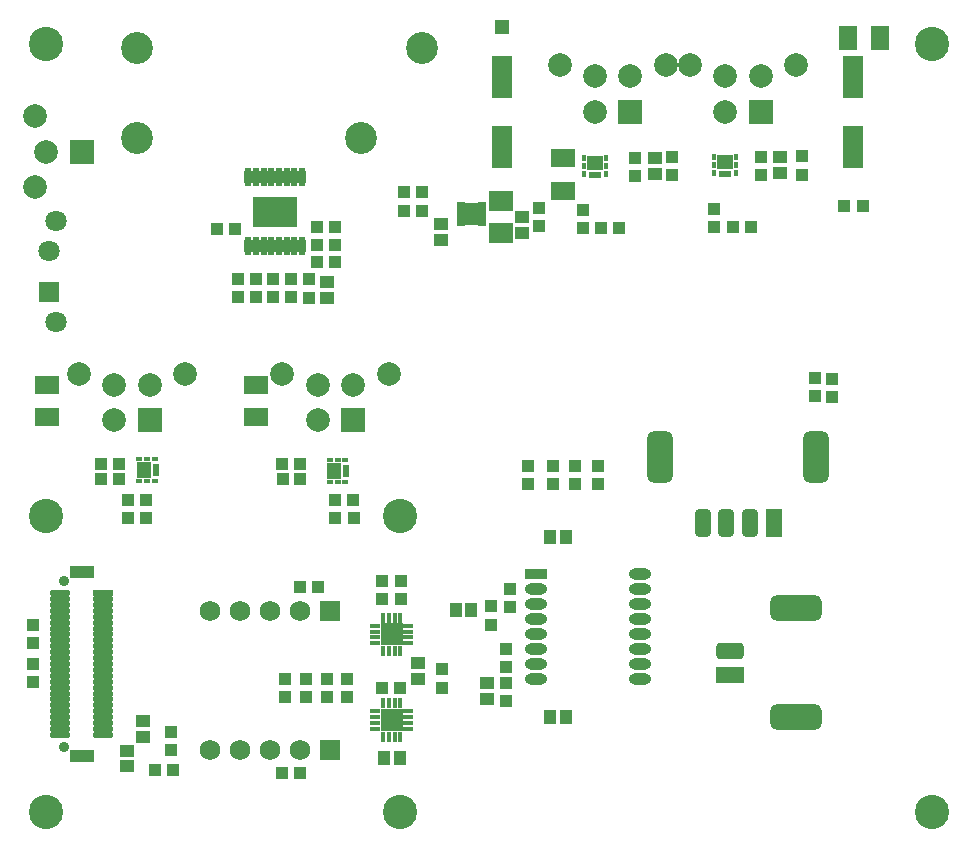
<source format=gts>
G04*
G04 #@! TF.GenerationSoftware,Altium Limited,Altium Designer,19.0.15 (446)*
G04*
G04 Layer_Color=8388736*
%FSLAX25Y25*%
%MOIN*%
G70*
G01*
G75*
%ADD18R,0.00787X0.03150*%
%ADD51R,0.04737X0.04737*%
%ADD52R,0.04737X0.07493*%
%ADD53R,0.02769X0.01981*%
%ADD54R,0.04537X0.04143*%
%ADD55R,0.08083X0.06706*%
%ADD56R,0.04147X0.04147*%
%ADD57R,0.14776X0.10485*%
%ADD58O,0.02572X0.06312*%
%ADD59R,0.07887X0.03950*%
%ADD60R,0.07099X0.01981*%
%ADD61O,0.07099X0.01981*%
%ADD62R,0.04143X0.04537*%
%ADD63R,0.04147X0.04147*%
G04:AMPARAMS|DCode=64|XSize=86.74mil|YSize=173.35mil|CornerRadius=23.68mil|HoleSize=0mil|Usage=FLASHONLY|Rotation=180.000|XOffset=0mil|YOffset=0mil|HoleType=Round|Shape=RoundedRectangle|*
%AMROUNDEDRECTD64*
21,1,0.08674,0.12598,0,0,180.0*
21,1,0.03937,0.17335,0,0,180.0*
1,1,0.04737,-0.01968,0.06299*
1,1,0.04737,0.01968,0.06299*
1,1,0.04737,0.01968,-0.06299*
1,1,0.04737,-0.01968,-0.06299*
%
%ADD64ROUNDEDRECTD64*%
G04:AMPARAMS|DCode=65|XSize=55.24mil|YSize=94.61mil|CornerRadius=15.81mil|HoleSize=0mil|Usage=FLASHONLY|Rotation=180.000|XOffset=0mil|YOffset=0mil|HoleType=Round|Shape=RoundedRectangle|*
%AMROUNDEDRECTD65*
21,1,0.05524,0.06299,0,0,180.0*
21,1,0.02362,0.09461,0,0,180.0*
1,1,0.03162,-0.01181,0.03150*
1,1,0.03162,0.01181,0.03150*
1,1,0.03162,0.01181,-0.03150*
1,1,0.03162,-0.01181,-0.03150*
%
%ADD65ROUNDEDRECTD65*%
%ADD66R,0.05524X0.09461*%
%ADD67R,0.03950X0.03950*%
%ADD68R,0.03950X0.03950*%
%ADD69R,0.03910X0.01981*%
%ADD70R,0.01784X0.02375*%
%ADD71R,0.05524X0.04737*%
%ADD72R,0.03753X0.01784*%
%ADD73R,0.01784X0.03753*%
%ADD74R,0.07296X0.07296*%
G04:AMPARAMS|DCode=75|XSize=86.74mil|YSize=173.35mil|CornerRadius=23.68mil|HoleSize=0mil|Usage=FLASHONLY|Rotation=90.000|XOffset=0mil|YOffset=0mil|HoleType=Round|Shape=RoundedRectangle|*
%AMROUNDEDRECTD75*
21,1,0.08674,0.12598,0,0,90.0*
21,1,0.03937,0.17335,0,0,90.0*
1,1,0.04737,0.06299,0.01968*
1,1,0.04737,0.06299,-0.01968*
1,1,0.04737,-0.06299,-0.01968*
1,1,0.04737,-0.06299,0.01968*
%
%ADD75ROUNDEDRECTD75*%
%ADD76R,0.09461X0.05524*%
G04:AMPARAMS|DCode=77|XSize=55.24mil|YSize=94.61mil|CornerRadius=15.81mil|HoleSize=0mil|Usage=FLASHONLY|Rotation=90.000|XOffset=0mil|YOffset=0mil|HoleType=Round|Shape=RoundedRectangle|*
%AMROUNDEDRECTD77*
21,1,0.05524,0.06299,0,0,90.0*
21,1,0.02362,0.09461,0,0,90.0*
1,1,0.03162,0.03150,0.01181*
1,1,0.03162,0.03150,-0.01181*
1,1,0.03162,-0.03150,-0.01181*
1,1,0.03162,-0.03150,0.01181*
%
%ADD77ROUNDEDRECTD77*%
%ADD78R,0.07887X0.06312*%
%ADD79O,0.07493X0.03792*%
%ADD80R,0.07493X0.03792*%
%ADD81R,0.06902X0.14383*%
%ADD82R,0.06312X0.07887*%
%ADD83R,0.04737X0.05524*%
%ADD84R,0.02375X0.01784*%
%ADD85R,0.01981X0.03910*%
%ADD86C,0.07887*%
%ADD87R,0.07887X0.07887*%
%ADD88C,0.03556*%
%ADD89C,0.10642*%
%ADD90R,0.07887X0.07887*%
%ADD91R,0.06800X0.06800*%
%ADD92C,0.06800*%
%ADD93C,0.07099*%
%ADD94R,0.07099X0.07099*%
%ADD95C,0.11430*%
%ADD96C,0.02769*%
D18*
X154704Y211024D02*
D03*
D51*
X161851Y271279D02*
D03*
D52*
X151752Y209055D02*
D03*
D53*
X155295Y206102D02*
D03*
Y208071D02*
D03*
Y210039D02*
D03*
Y212008D02*
D03*
X148208D02*
D03*
Y210039D02*
D03*
Y208071D02*
D03*
Y206102D02*
D03*
D54*
X141391Y205693D02*
D03*
Y200378D02*
D03*
X156693Y52756D02*
D03*
Y47441D02*
D03*
X36710Y24902D02*
D03*
Y30217D02*
D03*
X42126Y40059D02*
D03*
Y34744D02*
D03*
X168476Y202817D02*
D03*
Y208132D02*
D03*
X254488Y222576D02*
D03*
Y227891D02*
D03*
X212655Y222379D02*
D03*
Y227694D02*
D03*
X103445Y181207D02*
D03*
Y186522D02*
D03*
X133858Y59449D02*
D03*
Y54134D02*
D03*
D55*
X161314Y213287D02*
D03*
Y202854D02*
D03*
D56*
X129128Y216240D02*
D03*
Y210138D02*
D03*
X5476Y52953D02*
D03*
Y59056D02*
D03*
X158150Y78248D02*
D03*
Y72146D02*
D03*
X163189Y52657D02*
D03*
Y46555D02*
D03*
X51575Y36516D02*
D03*
Y30413D02*
D03*
X266142Y148357D02*
D03*
Y154459D02*
D03*
X232579Y210790D02*
D03*
Y204688D02*
D03*
X186295Y118898D02*
D03*
Y125000D02*
D03*
X5476Y72067D02*
D03*
Y65965D02*
D03*
X134994Y216240D02*
D03*
Y210138D02*
D03*
X174213Y205020D02*
D03*
Y211122D02*
D03*
X218386Y228088D02*
D03*
Y221986D02*
D03*
X100000Y198720D02*
D03*
Y204823D02*
D03*
X106004D02*
D03*
Y198720D02*
D03*
X97441Y187303D02*
D03*
Y181201D02*
D03*
X91535Y187401D02*
D03*
Y181299D02*
D03*
X85630Y187401D02*
D03*
Y181299D02*
D03*
X79724Y187401D02*
D03*
Y181299D02*
D03*
X73819Y187401D02*
D03*
Y181299D02*
D03*
X141732Y51181D02*
D03*
Y57283D02*
D03*
X110236Y54134D02*
D03*
Y48031D02*
D03*
X103346D02*
D03*
Y54134D02*
D03*
X96457Y48031D02*
D03*
Y54134D02*
D03*
X89567D02*
D03*
Y48031D02*
D03*
X162992Y64016D02*
D03*
Y57913D02*
D03*
X164567Y84055D02*
D03*
Y77953D02*
D03*
X193898Y125000D02*
D03*
Y118898D02*
D03*
X178692Y125000D02*
D03*
Y118898D02*
D03*
X188976Y204429D02*
D03*
Y210531D02*
D03*
X261811Y228305D02*
D03*
Y222202D02*
D03*
D57*
X86181Y209842D02*
D03*
D58*
X95138Y221457D02*
D03*
X92579D02*
D03*
X90020D02*
D03*
X87461D02*
D03*
X84901D02*
D03*
X82342D02*
D03*
X79783D02*
D03*
X77224D02*
D03*
X95138Y198228D02*
D03*
X92579D02*
D03*
X90020D02*
D03*
X87461D02*
D03*
X84901D02*
D03*
X82342D02*
D03*
X79783D02*
D03*
X77224D02*
D03*
D59*
X21654Y28346D02*
D03*
Y89764D02*
D03*
D60*
X28740Y82677D02*
D03*
D61*
Y80708D02*
D03*
Y78740D02*
D03*
Y76771D02*
D03*
Y74803D02*
D03*
Y72834D02*
D03*
Y70866D02*
D03*
Y68897D02*
D03*
Y66929D02*
D03*
Y64960D02*
D03*
Y62992D02*
D03*
Y61023D02*
D03*
Y59055D02*
D03*
Y57086D02*
D03*
Y55118D02*
D03*
Y53149D02*
D03*
Y51181D02*
D03*
Y49213D02*
D03*
Y47244D02*
D03*
Y45276D02*
D03*
Y43307D02*
D03*
Y41339D02*
D03*
Y39370D02*
D03*
Y37402D02*
D03*
Y35433D02*
D03*
X14567D02*
D03*
Y37402D02*
D03*
Y39370D02*
D03*
Y41339D02*
D03*
Y43307D02*
D03*
Y45276D02*
D03*
Y47244D02*
D03*
Y49213D02*
D03*
Y51181D02*
D03*
Y53149D02*
D03*
Y55118D02*
D03*
Y57086D02*
D03*
Y59055D02*
D03*
Y61023D02*
D03*
Y62992D02*
D03*
Y64960D02*
D03*
Y66929D02*
D03*
Y68897D02*
D03*
Y70866D02*
D03*
Y72834D02*
D03*
Y74803D02*
D03*
Y76771D02*
D03*
Y78740D02*
D03*
Y80708D02*
D03*
Y82677D02*
D03*
D62*
X151640Y77165D02*
D03*
X146326D02*
D03*
X183071Y101378D02*
D03*
X177756D02*
D03*
X183071Y41339D02*
D03*
X177756D02*
D03*
X127953Y27559D02*
D03*
X122638D02*
D03*
D63*
X46161Y23779D02*
D03*
X52264D02*
D03*
X244781Y204589D02*
D03*
X238679D02*
D03*
X37205Y107795D02*
D03*
X43307D02*
D03*
X28004Y125587D02*
D03*
X34107D02*
D03*
X275886Y211614D02*
D03*
X281988D02*
D03*
X106102Y192941D02*
D03*
X100000D02*
D03*
X66791Y203900D02*
D03*
X72894D02*
D03*
X88386Y22638D02*
D03*
X94488D02*
D03*
X128051Y86614D02*
D03*
X121949D02*
D03*
X128051Y80709D02*
D03*
X121949D02*
D03*
X121850Y51181D02*
D03*
X127953D02*
D03*
X194685Y204331D02*
D03*
X200787D02*
D03*
X37205Y113701D02*
D03*
X43307D02*
D03*
X112401Y107795D02*
D03*
X106299D02*
D03*
X106102Y113701D02*
D03*
X112205D02*
D03*
X94587Y125787D02*
D03*
X88484D02*
D03*
X94488Y84646D02*
D03*
X100591D02*
D03*
D64*
X214567Y127953D02*
D03*
X266535D02*
D03*
D65*
X228740Y105984D02*
D03*
X236614D02*
D03*
X244488D02*
D03*
D66*
X252362D02*
D03*
D67*
X271831Y148160D02*
D03*
Y154066D02*
D03*
X170315Y118983D02*
D03*
Y124889D02*
D03*
X206100Y227657D02*
D03*
Y221752D02*
D03*
X248031Y227891D02*
D03*
Y221986D02*
D03*
D68*
X28147Y120650D02*
D03*
X34053D02*
D03*
X94587Y120728D02*
D03*
X88681D02*
D03*
D69*
X236221Y222419D02*
D03*
X192717Y222087D02*
D03*
D70*
X232579Y227891D02*
D03*
Y225332D02*
D03*
Y222773D02*
D03*
X239862D02*
D03*
Y225332D02*
D03*
Y227891D02*
D03*
X196358Y227559D02*
D03*
Y225000D02*
D03*
Y222441D02*
D03*
X189075D02*
D03*
Y225000D02*
D03*
Y227559D02*
D03*
D71*
X236221Y226513D02*
D03*
X192717Y226181D02*
D03*
D72*
X119390Y43307D02*
D03*
Y41339D02*
D03*
Y39370D02*
D03*
Y37402D02*
D03*
X130610D02*
D03*
Y39370D02*
D03*
Y41339D02*
D03*
Y43307D02*
D03*
X119390Y71850D02*
D03*
Y69882D02*
D03*
Y67913D02*
D03*
Y65945D02*
D03*
X130610D02*
D03*
Y67913D02*
D03*
Y69882D02*
D03*
Y71850D02*
D03*
D73*
X122047Y34744D02*
D03*
X124016D02*
D03*
X125984D02*
D03*
X127953D02*
D03*
Y45965D02*
D03*
X125984D02*
D03*
X124016D02*
D03*
X122047D02*
D03*
Y63287D02*
D03*
X124016D02*
D03*
X125984D02*
D03*
X127953D02*
D03*
Y74508D02*
D03*
X125984D02*
D03*
X124016D02*
D03*
X122047D02*
D03*
D74*
X125000Y40354D02*
D03*
Y68898D02*
D03*
D75*
X259842Y77559D02*
D03*
Y41339D02*
D03*
D76*
X237874Y55512D02*
D03*
D77*
Y63386D02*
D03*
D78*
X79724Y141240D02*
D03*
Y152067D02*
D03*
X10211Y141240D02*
D03*
Y152067D02*
D03*
X182087Y227702D02*
D03*
Y216875D02*
D03*
D79*
X207677Y54016D02*
D03*
Y59016D02*
D03*
Y64016D02*
D03*
Y69016D02*
D03*
Y74016D02*
D03*
Y79016D02*
D03*
Y84016D02*
D03*
Y89016D02*
D03*
X173228Y54016D02*
D03*
Y59016D02*
D03*
Y64016D02*
D03*
Y69016D02*
D03*
Y74016D02*
D03*
Y79016D02*
D03*
Y84016D02*
D03*
D80*
Y89016D02*
D03*
D81*
X278969Y254764D02*
D03*
Y231536D02*
D03*
X161851Y254764D02*
D03*
Y231536D02*
D03*
D82*
X277067Y267796D02*
D03*
X287894D02*
D03*
D83*
X105817Y123336D02*
D03*
X42323Y123819D02*
D03*
D84*
X104439Y126978D02*
D03*
X106998D02*
D03*
X109557D02*
D03*
Y119694D02*
D03*
X106998D02*
D03*
X104439D02*
D03*
X40945Y127461D02*
D03*
X43504D02*
D03*
X46063D02*
D03*
Y120177D02*
D03*
X43504D02*
D03*
X40945D02*
D03*
D85*
X109912Y123336D02*
D03*
X46417Y123819D02*
D03*
D86*
X224410Y258662D02*
D03*
X236221Y254961D02*
D03*
X248031D02*
D03*
X259842Y258662D02*
D03*
X236221Y243150D02*
D03*
X181004Y258662D02*
D03*
X192815Y254961D02*
D03*
X204626D02*
D03*
X216437Y258662D02*
D03*
X192815Y243150D02*
D03*
X20819Y155866D02*
D03*
X32630Y152165D02*
D03*
X44441D02*
D03*
X56252Y155866D02*
D03*
X32630Y140354D02*
D03*
X88628Y155866D02*
D03*
X100439Y152165D02*
D03*
X112250D02*
D03*
X124061Y155866D02*
D03*
X100439Y140354D02*
D03*
X9843Y229606D02*
D03*
X6142Y218189D02*
D03*
Y241811D02*
D03*
D87*
X248031Y243150D02*
D03*
X204626D02*
D03*
X44441Y140354D02*
D03*
X112250D02*
D03*
D88*
X15748Y31299D02*
D03*
Y86811D02*
D03*
D89*
X40112Y234252D02*
D03*
Y264252D02*
D03*
X134994D02*
D03*
X114915Y234252D02*
D03*
D90*
X21654Y229606D02*
D03*
D91*
X104488Y30512D02*
D03*
Y76772D02*
D03*
D92*
X94488Y30512D02*
D03*
X84488D02*
D03*
X74488D02*
D03*
X64488D02*
D03*
X94488Y76772D02*
D03*
X84488D02*
D03*
X74488D02*
D03*
X64488D02*
D03*
D93*
X13273Y206656D02*
D03*
Y173191D02*
D03*
X10792Y196813D02*
D03*
D94*
Y183034D02*
D03*
D95*
X9843Y265748D02*
D03*
X305118D02*
D03*
Y9843D02*
D03*
X9843Y108268D02*
D03*
X127953D02*
D03*
Y9843D02*
D03*
X9843D02*
D03*
D96*
X90512Y212008D02*
D03*
Y207677D02*
D03*
X86181Y212008D02*
D03*
Y207677D02*
D03*
X81850Y212008D02*
D03*
Y207677D02*
D03*
M02*

</source>
